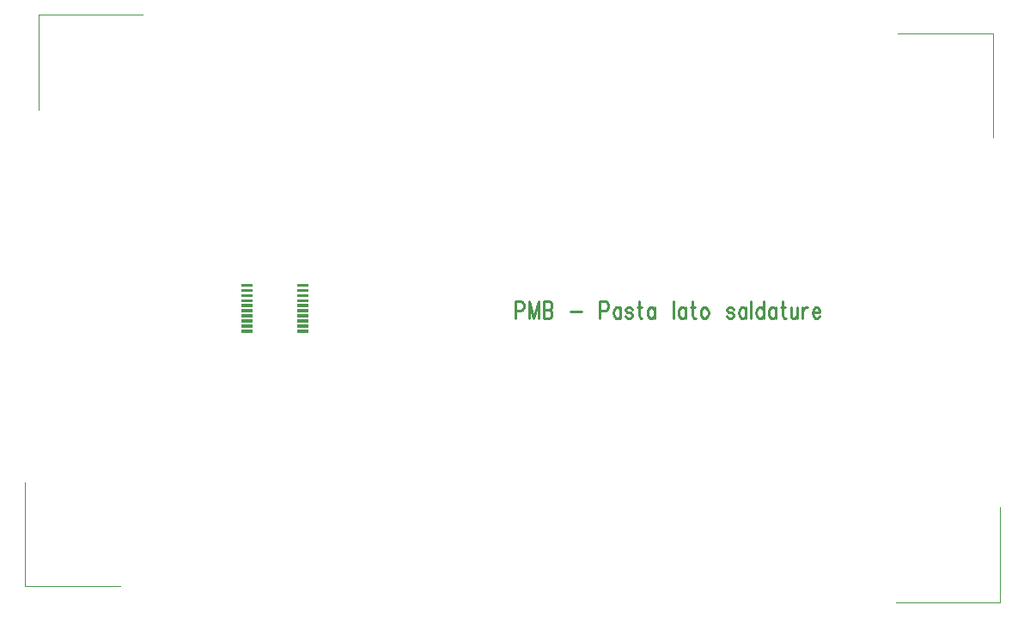
<source format=gbr>
*
*
G04 PADS Layout (Build Number 2008.43.1) generated Gerber (RS-274-X) file*
G04 PC Version=2.1*
*
%IN "P2007_0000_RBCS_RC_MAIS"*%
*
%MOIN*%
*
%FSLAX35Y35*%
*
*
*
*
G04 PC Standard Apertures*
*
*
G04 Thermal Relief Aperture macro.*
%AMTER*
1,1,$1,0,0*
1,0,$1-$2,0,0*
21,0,$3,$4,0,0,45*
21,0,$3,$4,0,0,135*
%
*
*
G04 Annular Aperture macro.*
%AMANN*
1,1,$1,0,0*
1,0,$2,0,0*
%
*
*
G04 Odd Aperture macro.*
%AMODD*
1,1,$1,0,0*
1,0,$1-0.005,0,0*
%
*
*
G04 PC Custom Aperture Macros*
*
*
*
*
*
*
G04 PC Aperture Table*
*
%ADD010C,0.01*%
%ADD040C,0.001*%
%ADD149R,0.01181X0.01181*%
*
*
*
*
G04 PC Circuitry*
G04 Layer Name P2007_0000_RBCS_RC_MAIS - circuitry*
%LPD*%
*
*
G04 PC Custom Flashes*
G04 Layer Name P2007_0000_RBCS_RC_MAIS - flashes*
%LPD*%
*
*
G04 PC Circuitry*
G04 Layer Name P2007_0000_RBCS_RC_MAIS - circuitry*
%LPD*%
*
G54D10*
G01X506693Y419948D02*
Y413386D01*
Y419948D02*
X508738D01*
X509420Y419636*
X509647Y419323*
X509875Y418698*
Y417761*
X509647Y417136*
X509420Y416823*
X508738Y416511*
X506693*
X511920Y419948D02*
Y413386D01*
Y419948D02*
X513738Y413386D01*
X515557Y419948D02*
X513738Y413386D01*
X515557Y419948D02*
Y413386D01*
X517602Y419948D02*
Y413386D01*
Y419948D02*
X519647D01*
X520329Y419636*
X520557Y419323*
X520784Y418698*
Y418073*
X520557Y417448*
X520329Y417136*
X519647Y416823*
X517602D02*
X519647D01*
X520329Y416511*
X520557Y416198*
X520784Y415573*
Y414636*
X520557Y414011*
X520329Y413698*
X519647Y413386*
X517602*
X528057Y416198D02*
X532147D01*
X539420Y419948D02*
Y413386D01*
Y419948D02*
X541466D01*
X542147Y419636*
X542375Y419323*
X542602Y418698*
Y417761*
X542375Y417136*
X542147Y416823*
X541466Y416511*
X539420*
X547375Y417761D02*
Y413386D01*
Y416823D02*
X546920Y417448D01*
X546466Y417761*
X545784*
X545329Y417448*
X544875Y416823*
X544647Y415886*
Y415261*
X544875Y414323*
X545329Y413698*
X545784Y413386*
X546466*
X546920Y413698*
X547375Y414323*
X551920Y416823D02*
X551693Y417448D01*
X551011Y417761*
X550329*
X549647Y417448*
X549420Y416823*
X549647Y416198*
X550102Y415886*
X551238Y415573*
X551693Y415261*
X551920Y414636*
Y414323*
X551693Y413698*
X551011Y413386*
X550329*
X549647Y413698*
X549420Y414323*
X554647Y419948D02*
Y414636D01*
X554875Y413698*
X555329Y413386*
X555784*
X553966Y417761D02*
X555557D01*
X560557D02*
Y413386D01*
Y416823D02*
X560102Y417448D01*
X559647Y417761*
X558966*
X558511Y417448*
X558057Y416823*
X557829Y415886*
Y415261*
X558057Y414323*
X558511Y413698*
X558966Y413386*
X559647*
X560102Y413698*
X560557Y414323*
X567829Y419948D02*
Y413386D01*
X572602Y417761D02*
Y413386D01*
Y416823D02*
X572147Y417448D01*
X571693Y417761*
X571011*
X570557Y417448*
X570102Y416823*
X569875Y415886*
Y415261*
X570102Y414323*
X570557Y413698*
X571011Y413386*
X571693*
X572147Y413698*
X572602Y414323*
X575329Y419948D02*
Y414636D01*
X575557Y413698*
X576011Y413386*
X576466*
X574647Y417761D02*
X576238D01*
X579647D02*
X579193Y417448D01*
X578738Y416823*
X578511Y415886*
Y415261*
X578738Y414323*
X579193Y413698*
X579647Y413386*
X580329*
X580784Y413698*
X581238Y414323*
X581466Y415261*
Y415886*
X581238Y416823*
X580784Y417448*
X580329Y417761*
X579647*
X591238Y416823D02*
X591011Y417448D01*
X590329Y417761*
X589647*
X588966Y417448*
X588738Y416823*
X588966Y416198*
X589420Y415886*
X590557Y415573*
X591011Y415261*
X591238Y414636*
Y414323*
X591011Y413698*
X590329Y413386*
X589647*
X588966Y413698*
X588738Y414323*
X596011Y417761D02*
Y413386D01*
Y416823D02*
X595557Y417448D01*
X595102Y417761*
X594420*
X593966Y417448*
X593511Y416823*
X593284Y415886*
Y415261*
X593511Y414323*
X593966Y413698*
X594420Y413386*
X595102*
X595557Y413698*
X596011Y414323*
X598057Y419948D02*
Y413386D01*
X602829Y419948D02*
Y413386D01*
Y416823D02*
X602375Y417448D01*
X601920Y417761*
X601238*
X600784Y417448*
X600329Y416823*
X600102Y415886*
Y415261*
X600329Y414323*
X600784Y413698*
X601238Y413386*
X601920*
X602375Y413698*
X602829Y414323*
X607602Y417761D02*
Y413386D01*
Y416823D02*
X607147Y417448D01*
X606693Y417761*
X606011*
X605557Y417448*
X605102Y416823*
X604875Y415886*
Y415261*
X605102Y414323*
X605557Y413698*
X606011Y413386*
X606693*
X607147Y413698*
X607602Y414323*
X610329Y419948D02*
Y414636D01*
X610557Y413698*
X611011Y413386*
X611466*
X609647Y417761D02*
X611238D01*
X613511D02*
Y414636D01*
X613738Y413698*
X614193Y413386*
X614875*
X615329Y413698*
X616011Y414636*
Y417761D02*
Y413386D01*
X618057Y417761D02*
Y413386D01*
Y415886D02*
X618284Y416823D01*
X618738Y417448*
X619193Y417761*
X619875*
X621920Y415886D02*
X624647D01*
Y416511*
X624420Y417136*
X624193Y417448*
X623738Y417761*
X623057*
X622602Y417448*
X622147Y416823*
X621920Y415886*
Y415261*
X622147Y414323*
X622602Y413698*
X623057Y413386*
X623738*
X624193Y413698*
X624647Y414323*
G54D40*
X654331Y303150D02*
X694488D01*
Y340157*
X692126Y483858D02*
Y524016D01*
X655118*
X316142Y349606D02*
Y309449D01*
X353150*
X361811Y531496D02*
X321654D01*
Y494488*
G54D149*
X425787Y426181D02*
X422638D01*
X404134D02*
X400984D01*
X425787Y424213D02*
X422638D01*
X404134D02*
X400984D01*
X425787Y422244D02*
X422638D01*
X404134D02*
X400984D01*
X425787Y420276D02*
X422638D01*
X404134D02*
X400984D01*
X425787Y418307D02*
X422638D01*
X404134D02*
X400984D01*
X425787Y416339D02*
X422638D01*
X404134D02*
X400984D01*
X425787Y414370D02*
X422638D01*
X404134D02*
X400984D01*
X425787Y412402D02*
X422638D01*
X404134D02*
X400984D01*
X425787Y410433D02*
X422638D01*
X404134D02*
X400984D01*
X425787Y408465D02*
X422638D01*
X404134D02*
X400984D01*
X0Y0D02*
M02*

</source>
